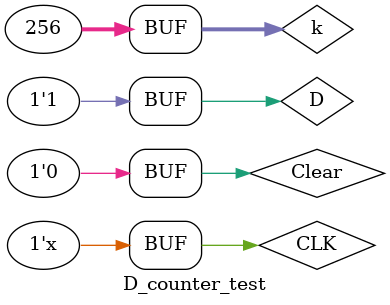
<source format=v>

`timescale 1ns / 1ps

module D_counter_test;

reg CLK;
reg D;
reg Clear;
wire [7:0] Q;
integer k;

D_counter ttul(.CLK(CLK), .D(D), .Clear(Clear), .Q(Q));

always #2 CLK = !CLK;

initial
    begin
        // Clearing with input = 0
        CLK = 0; Clear = 1; D = 0;
        for(k = 0; k < 8; k = k + 1)
            #2;
            
        // No clearing with input = 0
        CLK = 0; Clear = 0; D = 0;
        for(k = 0; k < 256; k = k + 1)
            #2;
            
        // Clearing with input = 1
        CLK = 0; Clear = 1; D = 1;
        for(k = 0; k < 8; k = k + 1)
            #2;
        
        // No clearing with input = 1
        CLK = 0; Clear = 0; D = 1;
        for(k = 0; k < 256; k = k + 1)
            #2;
             
    end 
endmodule

</source>
